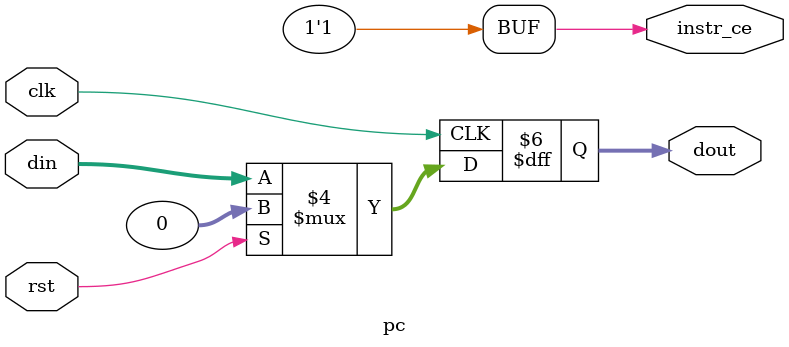
<source format=v>
`timescale 1ns/1ps
module pc (
    input wire clk,rst,
    input wire[31:0]din,
    output reg[31:0]dout,
    output wire instr_ce
);
    initial begin
        dout = 32'b0;
    end
    always @(posedge clk) begin
        if(rst) dout = 32'b0;
        else dout = din;
    end
    assign instr_ce = 1'b1; // instr_ram的使能信号，此处一直使能
endmodule
</source>
